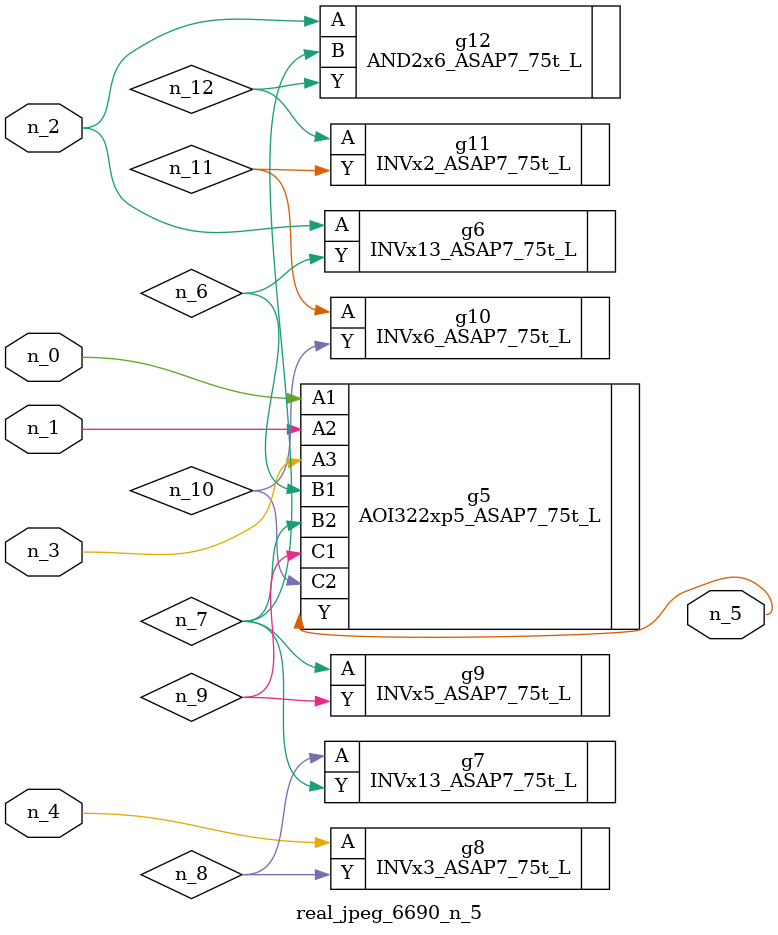
<source format=v>
module real_jpeg_6690_n_5 (n_4, n_0, n_1, n_2, n_3, n_5);

input n_4;
input n_0;
input n_1;
input n_2;
input n_3;

output n_5;

wire n_12;
wire n_8;
wire n_11;
wire n_6;
wire n_7;
wire n_10;
wire n_9;

AOI322xp5_ASAP7_75t_L g5 ( 
.A1(n_0),
.A2(n_1),
.A3(n_3),
.B1(n_6),
.B2(n_7),
.C1(n_9),
.C2(n_10),
.Y(n_5)
);

INVx13_ASAP7_75t_L g6 ( 
.A(n_2),
.Y(n_6)
);

AND2x6_ASAP7_75t_L g12 ( 
.A(n_2),
.B(n_7),
.Y(n_12)
);

INVx3_ASAP7_75t_L g8 ( 
.A(n_4),
.Y(n_8)
);

INVx5_ASAP7_75t_L g9 ( 
.A(n_7),
.Y(n_9)
);

INVx13_ASAP7_75t_L g7 ( 
.A(n_8),
.Y(n_7)
);

INVx6_ASAP7_75t_L g10 ( 
.A(n_11),
.Y(n_10)
);

INVx2_ASAP7_75t_L g11 ( 
.A(n_12),
.Y(n_11)
);


endmodule
</source>
